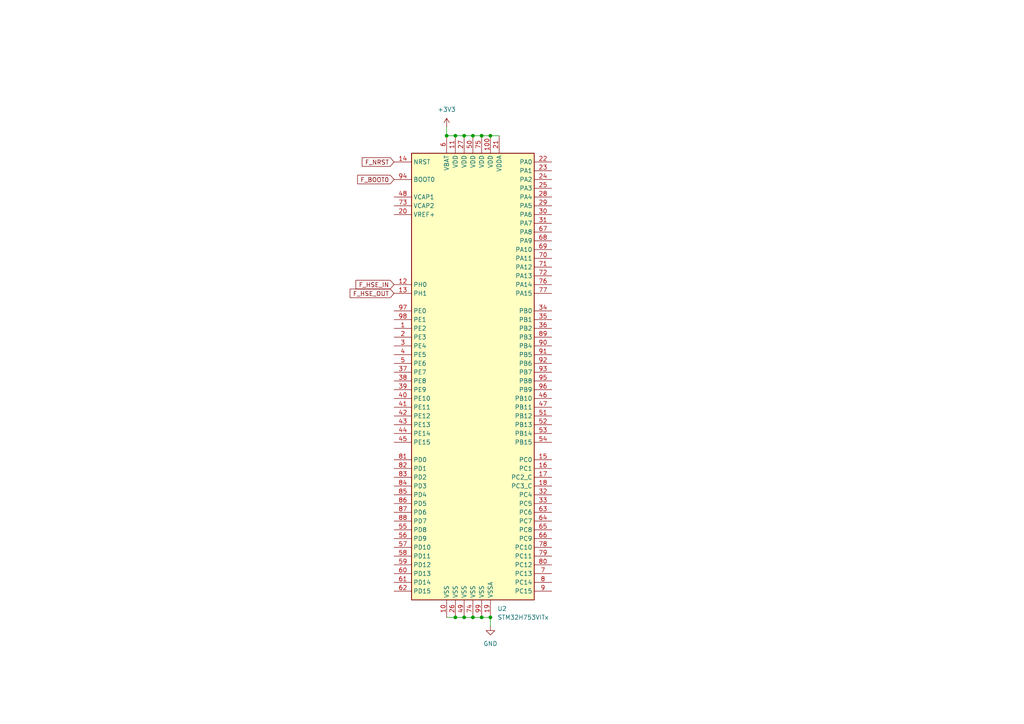
<source format=kicad_sch>
(kicad_sch (version 20211123) (generator eeschema)

  (uuid cf55d383-6f06-4477-ac61-c2e029b63ca0)

  (paper "A4")

  (lib_symbols
    (symbol "MCU_ST_STM32H7:STM32H753VITx" (in_bom yes) (on_board yes)
      (property "Reference" "U" (id 0) (at -17.78 64.77 0)
        (effects (font (size 1.27 1.27)) (justify left))
      )
      (property "Value" "STM32H753VITx" (id 1) (at 10.16 64.77 0)
        (effects (font (size 1.27 1.27)) (justify left))
      )
      (property "Footprint" "Package_QFP:LQFP-100_14x14mm_P0.5mm" (id 2) (at -17.78 -66.04 0)
        (effects (font (size 1.27 1.27)) (justify right) hide)
      )
      (property "Datasheet" "http://www.st.com/st-web-ui/static/active/en/resource/technical/document/datasheet/DM00388325.pdf" (id 3) (at 0 0 0)
        (effects (font (size 1.27 1.27)) hide)
      )
      (property "ki_keywords" "ARM Cortex-M7 STM32H7 STM32H7x3" (id 4) (at 0 0 0)
        (effects (font (size 1.27 1.27)) hide)
      )
      (property "ki_description" "ARM Cortex-M7 MCU, 2048KB flash, 864KB RAM, 400MHz, 1.7-3.6V, 82 GPIO, LQFP-100" (id 5) (at 0 0 0)
        (effects (font (size 1.27 1.27)) hide)
      )
      (property "ki_fp_filters" "LQFP*14x14mm*P0.5mm*" (id 6) (at 0 0 0)
        (effects (font (size 1.27 1.27)) hide)
      )
      (symbol "STM32H753VITx_0_1"
        (rectangle (start -17.78 -66.04) (end 17.78 63.5)
          (stroke (width 0.254) (type default) (color 0 0 0 0))
          (fill (type background))
        )
      )
      (symbol "STM32H753VITx_1_1"
        (pin bidirectional line (at -22.86 12.7 0) (length 5.08)
          (name "PE2" (effects (font (size 1.27 1.27))))
          (number "1" (effects (font (size 1.27 1.27))))
        )
        (pin power_in line (at -7.62 -71.12 90) (length 5.08)
          (name "VSS" (effects (font (size 1.27 1.27))))
          (number "10" (effects (font (size 1.27 1.27))))
        )
        (pin power_in line (at 5.08 68.58 270) (length 5.08)
          (name "VDD" (effects (font (size 1.27 1.27))))
          (number "100" (effects (font (size 1.27 1.27))))
        )
        (pin power_in line (at -5.08 68.58 270) (length 5.08)
          (name "VDD" (effects (font (size 1.27 1.27))))
          (number "11" (effects (font (size 1.27 1.27))))
        )
        (pin input line (at -22.86 25.4 0) (length 5.08)
          (name "PH0" (effects (font (size 1.27 1.27))))
          (number "12" (effects (font (size 1.27 1.27))))
        )
        (pin input line (at -22.86 22.86 0) (length 5.08)
          (name "PH1" (effects (font (size 1.27 1.27))))
          (number "13" (effects (font (size 1.27 1.27))))
        )
        (pin input line (at -22.86 60.96 0) (length 5.08)
          (name "NRST" (effects (font (size 1.27 1.27))))
          (number "14" (effects (font (size 1.27 1.27))))
        )
        (pin bidirectional line (at 22.86 -25.4 180) (length 5.08)
          (name "PC0" (effects (font (size 1.27 1.27))))
          (number "15" (effects (font (size 1.27 1.27))))
        )
        (pin bidirectional line (at 22.86 -27.94 180) (length 5.08)
          (name "PC1" (effects (font (size 1.27 1.27))))
          (number "16" (effects (font (size 1.27 1.27))))
        )
        (pin bidirectional line (at 22.86 -30.48 180) (length 5.08)
          (name "PC2_C" (effects (font (size 1.27 1.27))))
          (number "17" (effects (font (size 1.27 1.27))))
        )
        (pin bidirectional line (at 22.86 -33.02 180) (length 5.08)
          (name "PC3_C" (effects (font (size 1.27 1.27))))
          (number "18" (effects (font (size 1.27 1.27))))
        )
        (pin power_in line (at 5.08 -71.12 90) (length 5.08)
          (name "VSSA" (effects (font (size 1.27 1.27))))
          (number "19" (effects (font (size 1.27 1.27))))
        )
        (pin bidirectional line (at -22.86 10.16 0) (length 5.08)
          (name "PE3" (effects (font (size 1.27 1.27))))
          (number "2" (effects (font (size 1.27 1.27))))
        )
        (pin bidirectional line (at -22.86 45.72 0) (length 5.08)
          (name "VREF+" (effects (font (size 1.27 1.27))))
          (number "20" (effects (font (size 1.27 1.27))))
        )
        (pin power_in line (at 7.62 68.58 270) (length 5.08)
          (name "VDDA" (effects (font (size 1.27 1.27))))
          (number "21" (effects (font (size 1.27 1.27))))
        )
        (pin bidirectional line (at 22.86 60.96 180) (length 5.08)
          (name "PA0" (effects (font (size 1.27 1.27))))
          (number "22" (effects (font (size 1.27 1.27))))
        )
        (pin bidirectional line (at 22.86 58.42 180) (length 5.08)
          (name "PA1" (effects (font (size 1.27 1.27))))
          (number "23" (effects (font (size 1.27 1.27))))
        )
        (pin bidirectional line (at 22.86 55.88 180) (length 5.08)
          (name "PA2" (effects (font (size 1.27 1.27))))
          (number "24" (effects (font (size 1.27 1.27))))
        )
        (pin bidirectional line (at 22.86 53.34 180) (length 5.08)
          (name "PA3" (effects (font (size 1.27 1.27))))
          (number "25" (effects (font (size 1.27 1.27))))
        )
        (pin power_in line (at -5.08 -71.12 90) (length 5.08)
          (name "VSS" (effects (font (size 1.27 1.27))))
          (number "26" (effects (font (size 1.27 1.27))))
        )
        (pin power_in line (at -2.54 68.58 270) (length 5.08)
          (name "VDD" (effects (font (size 1.27 1.27))))
          (number "27" (effects (font (size 1.27 1.27))))
        )
        (pin bidirectional line (at 22.86 50.8 180) (length 5.08)
          (name "PA4" (effects (font (size 1.27 1.27))))
          (number "28" (effects (font (size 1.27 1.27))))
        )
        (pin bidirectional line (at 22.86 48.26 180) (length 5.08)
          (name "PA5" (effects (font (size 1.27 1.27))))
          (number "29" (effects (font (size 1.27 1.27))))
        )
        (pin bidirectional line (at -22.86 7.62 0) (length 5.08)
          (name "PE4" (effects (font (size 1.27 1.27))))
          (number "3" (effects (font (size 1.27 1.27))))
        )
        (pin bidirectional line (at 22.86 45.72 180) (length 5.08)
          (name "PA6" (effects (font (size 1.27 1.27))))
          (number "30" (effects (font (size 1.27 1.27))))
        )
        (pin bidirectional line (at 22.86 43.18 180) (length 5.08)
          (name "PA7" (effects (font (size 1.27 1.27))))
          (number "31" (effects (font (size 1.27 1.27))))
        )
        (pin bidirectional line (at 22.86 -35.56 180) (length 5.08)
          (name "PC4" (effects (font (size 1.27 1.27))))
          (number "32" (effects (font (size 1.27 1.27))))
        )
        (pin bidirectional line (at 22.86 -38.1 180) (length 5.08)
          (name "PC5" (effects (font (size 1.27 1.27))))
          (number "33" (effects (font (size 1.27 1.27))))
        )
        (pin bidirectional line (at 22.86 17.78 180) (length 5.08)
          (name "PB0" (effects (font (size 1.27 1.27))))
          (number "34" (effects (font (size 1.27 1.27))))
        )
        (pin bidirectional line (at 22.86 15.24 180) (length 5.08)
          (name "PB1" (effects (font (size 1.27 1.27))))
          (number "35" (effects (font (size 1.27 1.27))))
        )
        (pin bidirectional line (at 22.86 12.7 180) (length 5.08)
          (name "PB2" (effects (font (size 1.27 1.27))))
          (number "36" (effects (font (size 1.27 1.27))))
        )
        (pin bidirectional line (at -22.86 0 0) (length 5.08)
          (name "PE7" (effects (font (size 1.27 1.27))))
          (number "37" (effects (font (size 1.27 1.27))))
        )
        (pin bidirectional line (at -22.86 -2.54 0) (length 5.08)
          (name "PE8" (effects (font (size 1.27 1.27))))
          (number "38" (effects (font (size 1.27 1.27))))
        )
        (pin bidirectional line (at -22.86 -5.08 0) (length 5.08)
          (name "PE9" (effects (font (size 1.27 1.27))))
          (number "39" (effects (font (size 1.27 1.27))))
        )
        (pin bidirectional line (at -22.86 5.08 0) (length 5.08)
          (name "PE5" (effects (font (size 1.27 1.27))))
          (number "4" (effects (font (size 1.27 1.27))))
        )
        (pin bidirectional line (at -22.86 -7.62 0) (length 5.08)
          (name "PE10" (effects (font (size 1.27 1.27))))
          (number "40" (effects (font (size 1.27 1.27))))
        )
        (pin bidirectional line (at -22.86 -10.16 0) (length 5.08)
          (name "PE11" (effects (font (size 1.27 1.27))))
          (number "41" (effects (font (size 1.27 1.27))))
        )
        (pin bidirectional line (at -22.86 -12.7 0) (length 5.08)
          (name "PE12" (effects (font (size 1.27 1.27))))
          (number "42" (effects (font (size 1.27 1.27))))
        )
        (pin bidirectional line (at -22.86 -15.24 0) (length 5.08)
          (name "PE13" (effects (font (size 1.27 1.27))))
          (number "43" (effects (font (size 1.27 1.27))))
        )
        (pin bidirectional line (at -22.86 -17.78 0) (length 5.08)
          (name "PE14" (effects (font (size 1.27 1.27))))
          (number "44" (effects (font (size 1.27 1.27))))
        )
        (pin bidirectional line (at -22.86 -20.32 0) (length 5.08)
          (name "PE15" (effects (font (size 1.27 1.27))))
          (number "45" (effects (font (size 1.27 1.27))))
        )
        (pin bidirectional line (at 22.86 -7.62 180) (length 5.08)
          (name "PB10" (effects (font (size 1.27 1.27))))
          (number "46" (effects (font (size 1.27 1.27))))
        )
        (pin bidirectional line (at 22.86 -10.16 180) (length 5.08)
          (name "PB11" (effects (font (size 1.27 1.27))))
          (number "47" (effects (font (size 1.27 1.27))))
        )
        (pin power_in line (at -22.86 50.8 0) (length 5.08)
          (name "VCAP1" (effects (font (size 1.27 1.27))))
          (number "48" (effects (font (size 1.27 1.27))))
        )
        (pin power_in line (at -2.54 -71.12 90) (length 5.08)
          (name "VSS" (effects (font (size 1.27 1.27))))
          (number "49" (effects (font (size 1.27 1.27))))
        )
        (pin bidirectional line (at -22.86 2.54 0) (length 5.08)
          (name "PE6" (effects (font (size 1.27 1.27))))
          (number "5" (effects (font (size 1.27 1.27))))
        )
        (pin power_in line (at 0 68.58 270) (length 5.08)
          (name "VDD" (effects (font (size 1.27 1.27))))
          (number "50" (effects (font (size 1.27 1.27))))
        )
        (pin bidirectional line (at 22.86 -12.7 180) (length 5.08)
          (name "PB12" (effects (font (size 1.27 1.27))))
          (number "51" (effects (font (size 1.27 1.27))))
        )
        (pin bidirectional line (at 22.86 -15.24 180) (length 5.08)
          (name "PB13" (effects (font (size 1.27 1.27))))
          (number "52" (effects (font (size 1.27 1.27))))
        )
        (pin bidirectional line (at 22.86 -17.78 180) (length 5.08)
          (name "PB14" (effects (font (size 1.27 1.27))))
          (number "53" (effects (font (size 1.27 1.27))))
        )
        (pin bidirectional line (at 22.86 -20.32 180) (length 5.08)
          (name "PB15" (effects (font (size 1.27 1.27))))
          (number "54" (effects (font (size 1.27 1.27))))
        )
        (pin bidirectional line (at -22.86 -45.72 0) (length 5.08)
          (name "PD8" (effects (font (size 1.27 1.27))))
          (number "55" (effects (font (size 1.27 1.27))))
        )
        (pin bidirectional line (at -22.86 -48.26 0) (length 5.08)
          (name "PD9" (effects (font (size 1.27 1.27))))
          (number "56" (effects (font (size 1.27 1.27))))
        )
        (pin bidirectional line (at -22.86 -50.8 0) (length 5.08)
          (name "PD10" (effects (font (size 1.27 1.27))))
          (number "57" (effects (font (size 1.27 1.27))))
        )
        (pin bidirectional line (at -22.86 -53.34 0) (length 5.08)
          (name "PD11" (effects (font (size 1.27 1.27))))
          (number "58" (effects (font (size 1.27 1.27))))
        )
        (pin bidirectional line (at -22.86 -55.88 0) (length 5.08)
          (name "PD12" (effects (font (size 1.27 1.27))))
          (number "59" (effects (font (size 1.27 1.27))))
        )
        (pin power_in line (at -7.62 68.58 270) (length 5.08)
          (name "VBAT" (effects (font (size 1.27 1.27))))
          (number "6" (effects (font (size 1.27 1.27))))
        )
        (pin bidirectional line (at -22.86 -58.42 0) (length 5.08)
          (name "PD13" (effects (font (size 1.27 1.27))))
          (number "60" (effects (font (size 1.27 1.27))))
        )
        (pin bidirectional line (at -22.86 -60.96 0) (length 5.08)
          (name "PD14" (effects (font (size 1.27 1.27))))
          (number "61" (effects (font (size 1.27 1.27))))
        )
        (pin bidirectional line (at -22.86 -63.5 0) (length 5.08)
          (name "PD15" (effects (font (size 1.27 1.27))))
          (number "62" (effects (font (size 1.27 1.27))))
        )
        (pin bidirectional line (at 22.86 -40.64 180) (length 5.08)
          (name "PC6" (effects (font (size 1.27 1.27))))
          (number "63" (effects (font (size 1.27 1.27))))
        )
        (pin bidirectional line (at 22.86 -43.18 180) (length 5.08)
          (name "PC7" (effects (font (size 1.27 1.27))))
          (number "64" (effects (font (size 1.27 1.27))))
        )
        (pin bidirectional line (at 22.86 -45.72 180) (length 5.08)
          (name "PC8" (effects (font (size 1.27 1.27))))
          (number "65" (effects (font (size 1.27 1.27))))
        )
        (pin bidirectional line (at 22.86 -48.26 180) (length 5.08)
          (name "PC9" (effects (font (size 1.27 1.27))))
          (number "66" (effects (font (size 1.27 1.27))))
        )
        (pin bidirectional line (at 22.86 40.64 180) (length 5.08)
          (name "PA8" (effects (font (size 1.27 1.27))))
          (number "67" (effects (font (size 1.27 1.27))))
        )
        (pin bidirectional line (at 22.86 38.1 180) (length 5.08)
          (name "PA9" (effects (font (size 1.27 1.27))))
          (number "68" (effects (font (size 1.27 1.27))))
        )
        (pin bidirectional line (at 22.86 35.56 180) (length 5.08)
          (name "PA10" (effects (font (size 1.27 1.27))))
          (number "69" (effects (font (size 1.27 1.27))))
        )
        (pin bidirectional line (at 22.86 -58.42 180) (length 5.08)
          (name "PC13" (effects (font (size 1.27 1.27))))
          (number "7" (effects (font (size 1.27 1.27))))
        )
        (pin bidirectional line (at 22.86 33.02 180) (length 5.08)
          (name "PA11" (effects (font (size 1.27 1.27))))
          (number "70" (effects (font (size 1.27 1.27))))
        )
        (pin bidirectional line (at 22.86 30.48 180) (length 5.08)
          (name "PA12" (effects (font (size 1.27 1.27))))
          (number "71" (effects (font (size 1.27 1.27))))
        )
        (pin bidirectional line (at 22.86 27.94 180) (length 5.08)
          (name "PA13" (effects (font (size 1.27 1.27))))
          (number "72" (effects (font (size 1.27 1.27))))
        )
        (pin power_in line (at -22.86 48.26 0) (length 5.08)
          (name "VCAP2" (effects (font (size 1.27 1.27))))
          (number "73" (effects (font (size 1.27 1.27))))
        )
        (pin power_in line (at 0 -71.12 90) (length 5.08)
          (name "VSS" (effects (font (size 1.27 1.27))))
          (number "74" (effects (font (size 1.27 1.27))))
        )
        (pin power_in line (at 2.54 68.58 270) (length 5.08)
          (name "VDD" (effects (font (size 1.27 1.27))))
          (number "75" (effects (font (size 1.27 1.27))))
        )
        (pin bidirectional line (at 22.86 25.4 180) (length 5.08)
          (name "PA14" (effects (font (size 1.27 1.27))))
          (number "76" (effects (font (size 1.27 1.27))))
        )
        (pin bidirectional line (at 22.86 22.86 180) (length 5.08)
          (name "PA15" (effects (font (size 1.27 1.27))))
          (number "77" (effects (font (size 1.27 1.27))))
        )
        (pin bidirectional line (at 22.86 -50.8 180) (length 5.08)
          (name "PC10" (effects (font (size 1.27 1.27))))
          (number "78" (effects (font (size 1.27 1.27))))
        )
        (pin bidirectional line (at 22.86 -53.34 180) (length 5.08)
          (name "PC11" (effects (font (size 1.27 1.27))))
          (number "79" (effects (font (size 1.27 1.27))))
        )
        (pin bidirectional line (at 22.86 -60.96 180) (length 5.08)
          (name "PC14" (effects (font (size 1.27 1.27))))
          (number "8" (effects (font (size 1.27 1.27))))
        )
        (pin bidirectional line (at 22.86 -55.88 180) (length 5.08)
          (name "PC12" (effects (font (size 1.27 1.27))))
          (number "80" (effects (font (size 1.27 1.27))))
        )
        (pin bidirectional line (at -22.86 -25.4 0) (length 5.08)
          (name "PD0" (effects (font (size 1.27 1.27))))
          (number "81" (effects (font (size 1.27 1.27))))
        )
        (pin bidirectional line (at -22.86 -27.94 0) (length 5.08)
          (name "PD1" (effects (font (size 1.27 1.27))))
          (number "82" (effects (font (size 1.27 1.27))))
        )
        (pin bidirectional line (at -22.86 -30.48 0) (length 5.08)
          (name "PD2" (effects (font (size 1.27 1.27))))
          (number "83" (effects (font (size 1.27 1.27))))
        )
        (pin bidirectional line (at -22.86 -33.02 0) (length 5.08)
          (name "PD3" (effects (font (size 1.27 1.27))))
          (number "84" (effects (font (size 1.27 1.27))))
        )
        (pin bidirectional line (at -22.86 -35.56 0) (length 5.08)
          (name "PD4" (effects (font (size 1.27 1.27))))
          (number "85" (effects (font (size 1.27 1.27))))
        )
        (pin bidirectional line (at -22.86 -38.1 0) (length 5.08)
          (name "PD5" (effects (font (size 1.27 1.27))))
          (number "86" (effects (font (size 1.27 1.27))))
        )
        (pin bidirectional line (at -22.86 -40.64 0) (length 5.08)
          (name "PD6" (effects (font (size 1.27 1.27))))
          (number "87" (effects (font (size 1.27 1.27))))
        )
        (pin bidirectional line (at -22.86 -43.18 0) (length 5.08)
          (name "PD7" (effects (font (size 1.27 1.27))))
          (number "88" (effects (font (size 1.27 1.27))))
        )
        (pin bidirectional line (at 22.86 10.16 180) (length 5.08)
          (name "PB3" (effects (font (size 1.27 1.27))))
          (number "89" (effects (font (size 1.27 1.27))))
        )
        (pin bidirectional line (at 22.86 -63.5 180) (length 5.08)
          (name "PC15" (effects (font (size 1.27 1.27))))
          (number "9" (effects (font (size 1.27 1.27))))
        )
        (pin bidirectional line (at 22.86 7.62 180) (length 5.08)
          (name "PB4" (effects (font (size 1.27 1.27))))
          (number "90" (effects (font (size 1.27 1.27))))
        )
        (pin bidirectional line (at 22.86 5.08 180) (length 5.08)
          (name "PB5" (effects (font (size 1.27 1.27))))
          (number "91" (effects (font (size 1.27 1.27))))
        )
        (pin bidirectional line (at 22.86 2.54 180) (length 5.08)
          (name "PB6" (effects (font (size 1.27 1.27))))
          (number "92" (effects (font (size 1.27 1.27))))
        )
        (pin bidirectional line (at 22.86 0 180) (length 5.08)
          (name "PB7" (effects (font (size 1.27 1.27))))
          (number "93" (effects (font (size 1.27 1.27))))
        )
        (pin input line (at -22.86 55.88 0) (length 5.08)
          (name "BOOT0" (effects (font (size 1.27 1.27))))
          (number "94" (effects (font (size 1.27 1.27))))
        )
        (pin bidirectional line (at 22.86 -2.54 180) (length 5.08)
          (name "PB8" (effects (font (size 1.27 1.27))))
          (number "95" (effects (font (size 1.27 1.27))))
        )
        (pin bidirectional line (at 22.86 -5.08 180) (length 5.08)
          (name "PB9" (effects (font (size 1.27 1.27))))
          (number "96" (effects (font (size 1.27 1.27))))
        )
        (pin bidirectional line (at -22.86 17.78 0) (length 5.08)
          (name "PE0" (effects (font (size 1.27 1.27))))
          (number "97" (effects (font (size 1.27 1.27))))
        )
        (pin bidirectional line (at -22.86 15.24 0) (length 5.08)
          (name "PE1" (effects (font (size 1.27 1.27))))
          (number "98" (effects (font (size 1.27 1.27))))
        )
        (pin power_in line (at 2.54 -71.12 90) (length 5.08)
          (name "VSS" (effects (font (size 1.27 1.27))))
          (number "99" (effects (font (size 1.27 1.27))))
        )
      )
    )
    (symbol "power:+3.3V" (power) (pin_names (offset 0)) (in_bom yes) (on_board yes)
      (property "Reference" "#PWR" (id 0) (at 0 -3.81 0)
        (effects (font (size 1.27 1.27)) hide)
      )
      (property "Value" "+3.3V" (id 1) (at 0 3.556 0)
        (effects (font (size 1.27 1.27)))
      )
      (property "Footprint" "" (id 2) (at 0 0 0)
        (effects (font (size 1.27 1.27)) hide)
      )
      (property "Datasheet" "" (id 3) (at 0 0 0)
        (effects (font (size 1.27 1.27)) hide)
      )
      (property "ki_keywords" "power-flag" (id 4) (at 0 0 0)
        (effects (font (size 1.27 1.27)) hide)
      )
      (property "ki_description" "Power symbol creates a global label with name \"+3.3V\"" (id 5) (at 0 0 0)
        (effects (font (size 1.27 1.27)) hide)
      )
      (symbol "+3.3V_0_1"
        (polyline
          (pts
            (xy -0.762 1.27)
            (xy 0 2.54)
          )
          (stroke (width 0) (type default) (color 0 0 0 0))
          (fill (type none))
        )
        (polyline
          (pts
            (xy 0 0)
            (xy 0 2.54)
          )
          (stroke (width 0) (type default) (color 0 0 0 0))
          (fill (type none))
        )
        (polyline
          (pts
            (xy 0 2.54)
            (xy 0.762 1.27)
          )
          (stroke (width 0) (type default) (color 0 0 0 0))
          (fill (type none))
        )
      )
      (symbol "+3.3V_1_1"
        (pin power_in line (at 0 0 90) (length 0) hide
          (name "+3V3" (effects (font (size 1.27 1.27))))
          (number "1" (effects (font (size 1.27 1.27))))
        )
      )
    )
    (symbol "power:GND" (power) (pin_names (offset 0)) (in_bom yes) (on_board yes)
      (property "Reference" "#PWR" (id 0) (at 0 -6.35 0)
        (effects (font (size 1.27 1.27)) hide)
      )
      (property "Value" "GND" (id 1) (at 0 -3.81 0)
        (effects (font (size 1.27 1.27)))
      )
      (property "Footprint" "" (id 2) (at 0 0 0)
        (effects (font (size 1.27 1.27)) hide)
      )
      (property "Datasheet" "" (id 3) (at 0 0 0)
        (effects (font (size 1.27 1.27)) hide)
      )
      (property "ki_keywords" "power-flag" (id 4) (at 0 0 0)
        (effects (font (size 1.27 1.27)) hide)
      )
      (property "ki_description" "Power symbol creates a global label with name \"GND\" , ground" (id 5) (at 0 0 0)
        (effects (font (size 1.27 1.27)) hide)
      )
      (symbol "GND_0_1"
        (polyline
          (pts
            (xy 0 0)
            (xy 0 -1.27)
            (xy 1.27 -1.27)
            (xy 0 -2.54)
            (xy -1.27 -1.27)
            (xy 0 -1.27)
          )
          (stroke (width 0) (type default) (color 0 0 0 0))
          (fill (type none))
        )
      )
      (symbol "GND_1_1"
        (pin power_in line (at 0 0 270) (length 0) hide
          (name "GND" (effects (font (size 1.27 1.27))))
          (number "1" (effects (font (size 1.27 1.27))))
        )
      )
    )
  )

  (junction (at 137.16 179.07) (diameter 0) (color 0 0 0 0)
    (uuid 30ef1195-88fc-4406-a70f-4d6b4d45d14b)
  )
  (junction (at 132.08 179.07) (diameter 0) (color 0 0 0 0)
    (uuid 44487349-b239-41b4-a7c4-c4b331bd2cb0)
  )
  (junction (at 139.7 39.37) (diameter 0) (color 0 0 0 0)
    (uuid 632e69e9-95e6-48c5-8d88-e51f1466e8c9)
  )
  (junction (at 139.7 179.07) (diameter 0) (color 0 0 0 0)
    (uuid 8c6868f2-3259-44b9-a16b-bf20a61851ec)
  )
  (junction (at 137.16 39.37) (diameter 0) (color 0 0 0 0)
    (uuid bfe2f4b9-efe3-4657-be8d-cbff05c25a13)
  )
  (junction (at 132.08 39.37) (diameter 0) (color 0 0 0 0)
    (uuid d35b7db6-a4b7-4d70-bafd-2285afa2c99f)
  )
  (junction (at 134.62 179.07) (diameter 0) (color 0 0 0 0)
    (uuid d676c3d7-f619-4c4e-b4d4-9630c24da767)
  )
  (junction (at 142.24 179.07) (diameter 0) (color 0 0 0 0)
    (uuid e9c1ce44-ff85-4b48-b4bb-a295139ca90d)
  )
  (junction (at 142.24 39.37) (diameter 0) (color 0 0 0 0)
    (uuid f47883e8-e624-4787-a704-b8432c43e9c7)
  )
  (junction (at 129.54 39.37) (diameter 0) (color 0 0 0 0)
    (uuid fb401862-030e-4ac2-919d-38e1a7cae3c2)
  )
  (junction (at 134.62 39.37) (diameter 0) (color 0 0 0 0)
    (uuid fb754d17-e6d2-414d-ae96-56dcbf033b91)
  )

  (wire (pts (xy 132.08 179.07) (xy 134.62 179.07))
    (stroke (width 0) (type default) (color 0 0 0 0))
    (uuid 0a3c94ca-59a6-44ca-9650-3b7fc096461a)
  )
  (wire (pts (xy 134.62 179.07) (xy 137.16 179.07))
    (stroke (width 0) (type default) (color 0 0 0 0))
    (uuid 1d9bac2f-fbc4-481b-90a0-cce2524f9528)
  )
  (wire (pts (xy 134.62 39.37) (xy 137.16 39.37))
    (stroke (width 0) (type default) (color 0 0 0 0))
    (uuid 1f39d4db-7b37-4f52-9686-7c8167614ffd)
  )
  (wire (pts (xy 142.24 179.07) (xy 142.24 181.61))
    (stroke (width 0) (type default) (color 0 0 0 0))
    (uuid 32936942-d044-4ac0-82e0-50343ea0256d)
  )
  (wire (pts (xy 129.54 179.07) (xy 132.08 179.07))
    (stroke (width 0) (type default) (color 0 0 0 0))
    (uuid 62b5420b-b782-46b0-bff5-6e0c409e9e80)
  )
  (wire (pts (xy 137.16 179.07) (xy 139.7 179.07))
    (stroke (width 0) (type default) (color 0 0 0 0))
    (uuid a6c43d1a-5d38-4c78-8a3f-43947f37c4f7)
  )
  (wire (pts (xy 132.08 39.37) (xy 134.62 39.37))
    (stroke (width 0) (type default) (color 0 0 0 0))
    (uuid a8fa09b7-3ec4-4a5b-8ff3-891c4d0568eb)
  )
  (wire (pts (xy 137.16 39.37) (xy 139.7 39.37))
    (stroke (width 0) (type default) (color 0 0 0 0))
    (uuid b1230e09-89b3-49f2-a004-60ebabbc0b2a)
  )
  (wire (pts (xy 129.54 36.83) (xy 129.54 39.37))
    (stroke (width 0) (type default) (color 0 0 0 0))
    (uuid c4f67a93-09d9-48b0-82de-a3f56c39a04d)
  )
  (wire (pts (xy 139.7 39.37) (xy 142.24 39.37))
    (stroke (width 0) (type default) (color 0 0 0 0))
    (uuid ce79220d-80fd-4780-857c-03c7197a5d0b)
  )
  (wire (pts (xy 139.7 179.07) (xy 142.24 179.07))
    (stroke (width 0) (type default) (color 0 0 0 0))
    (uuid da070c0c-1cbf-495f-8e18-0aaeb5edc1db)
  )
  (wire (pts (xy 129.54 39.37) (xy 132.08 39.37))
    (stroke (width 0) (type default) (color 0 0 0 0))
    (uuid f97fb611-4a4d-4a5f-abf2-4756d49473c9)
  )
  (wire (pts (xy 142.24 39.37) (xy 144.78 39.37))
    (stroke (width 0) (type default) (color 0 0 0 0))
    (uuid fc4a9642-d0bb-4d76-95c2-606b839c62a0)
  )

  (global_label "F_BOOT0" (shape input) (at 114.3 52.07 180) (fields_autoplaced)
    (effects (font (size 1.27 1.27)) (justify right))
    (uuid 07f00830-5551-4a2c-9c3d-9d40288983f7)
    (property "Intersheet References" "${INTERSHEET_REFS}" (id 0) (at 103.7226 51.9906 0)
      (effects (font (size 1.27 1.27)) (justify right) hide)
    )
  )
  (global_label "F_HSE_OUT" (shape input) (at 114.3 85.09 180) (fields_autoplaced)
    (effects (font (size 1.27 1.27)) (justify right))
    (uuid 174bdb63-1cfa-4355-8159-8503fcd952c5)
    (property "Intersheet References" "${INTERSHEET_REFS}" (id 0) (at 101.5455 85.0106 0)
      (effects (font (size 1.27 1.27)) (justify right) hide)
    )
  )
  (global_label "F_HSE_IN" (shape input) (at 114.3 82.55 180) (fields_autoplaced)
    (effects (font (size 1.27 1.27)) (justify right))
    (uuid 3bbad03b-fab5-471a-a354-0d0e7f3d7741)
    (property "Intersheet References" "${INTERSHEET_REFS}" (id 0) (at 103.2388 82.4706 0)
      (effects (font (size 1.27 1.27)) (justify right) hide)
    )
  )
  (global_label "F_NRST" (shape input) (at 114.3 46.99 180) (fields_autoplaced)
    (effects (font (size 1.27 1.27)) (justify right))
    (uuid 9e75dc79-2721-4d53-b9d9-94808b611766)
    (property "Intersheet References" "${INTERSHEET_REFS}" (id 0) (at 105.0531 46.9106 0)
      (effects (font (size 1.27 1.27)) (justify right) hide)
    )
  )

  (symbol (lib_id "power:GND") (at 142.24 181.61 0) (unit 1)
    (in_bom yes) (on_board yes) (fields_autoplaced)
    (uuid 3d24cb55-207e-4375-b07f-7dcf98f81a8f)
    (property "Reference" "#PWR?" (id 0) (at 142.24 187.96 0)
      (effects (font (size 1.27 1.27)) hide)
    )
    (property "Value" "GND" (id 1) (at 142.24 186.69 0))
    (property "Footprint" "" (id 2) (at 142.24 181.61 0)
      (effects (font (size 1.27 1.27)) hide)
    )
    (property "Datasheet" "" (id 3) (at 142.24 181.61 0)
      (effects (font (size 1.27 1.27)) hide)
    )
    (pin "1" (uuid 36f29517-92d3-4002-8a3a-006040ff4364))
  )

  (symbol (lib_id "MCU_ST_STM32H7:STM32H753VITx") (at 137.16 107.95 0) (unit 1)
    (in_bom yes) (on_board yes) (fields_autoplaced)
    (uuid 53030318-ee02-4855-b2eb-ebcf9f643f00)
    (property "Reference" "U2" (id 0) (at 144.2594 176.53 0)
      (effects (font (size 1.27 1.27)) (justify left))
    )
    (property "Value" "STM32H753VITx" (id 1) (at 144.2594 179.07 0)
      (effects (font (size 1.27 1.27)) (justify left))
    )
    (property "Footprint" "Package_QFP:LQFP-100_14x14mm_P0.5mm" (id 2) (at 119.38 173.99 0)
      (effects (font (size 1.27 1.27)) (justify right) hide)
    )
    (property "Datasheet" "http://www.st.com/st-web-ui/static/active/en/resource/technical/document/datasheet/DM00388325.pdf" (id 3) (at 137.16 107.95 0)
      (effects (font (size 1.27 1.27)) hide)
    )
    (pin "1" (uuid 29cadc91-4ecf-4e07-b755-7bb7c9992907))
    (pin "10" (uuid f08de50c-6f17-423f-bf95-38581f90411d))
    (pin "100" (uuid 1d20b9fd-0c1f-4542-80d2-aada47b6b2f6))
    (pin "11" (uuid 567319ea-c602-46d8-acb1-3504dba64bec))
    (pin "12" (uuid 3a6026fb-46b1-48da-adce-dbbcdfe89e71))
    (pin "13" (uuid c13d5dc9-731c-410b-9d03-1c37e752800d))
    (pin "14" (uuid 35de9e40-d029-483b-9611-e8c7fed8a31e))
    (pin "15" (uuid 1d3d5c90-87b8-469d-b2b6-e91deff1623e))
    (pin "16" (uuid 74206d71-2646-4ad8-8d79-a103bb58f699))
    (pin "17" (uuid d4ef357f-ab1a-41dc-88f9-21e3a68b95b7))
    (pin "18" (uuid 26cb02a4-4829-4266-bd4a-70add10ad783))
    (pin "19" (uuid 3696f896-b18d-4ee0-8ea6-130c0d26ef35))
    (pin "2" (uuid efee2c51-e932-4992-9469-88bfaba76e40))
    (pin "20" (uuid 42db84af-a08e-428c-8ea8-13d6d8478e91))
    (pin "21" (uuid 57fab634-c2f6-474f-821e-17d0c6a17ef5))
    (pin "22" (uuid 162217b6-6e69-442a-8d40-6da8f89e5c59))
    (pin "23" (uuid 7cdbadca-12f3-42e4-b223-9d892fe76a47))
    (pin "24" (uuid 9b475708-ddce-4528-a5c7-ef3a5236ba8e))
    (pin "25" (uuid 5ac25d4d-b9c6-4dfe-b522-d6f46117a232))
    (pin "26" (uuid d0fd65a3-dd1b-41f0-a102-0cd88a590676))
    (pin "27" (uuid 74651a75-9619-4bfa-9d36-25f4fb3208f5))
    (pin "28" (uuid 37c3cd08-9aa4-4539-a409-a76b201972cb))
    (pin "29" (uuid d31e64aa-087d-4a88-bf25-61b2e1de72d1))
    (pin "3" (uuid d159668f-8330-4262-bbd6-7fb337fe5fad))
    (pin "30" (uuid fb6acd4b-406b-48c9-ad7b-d20efbd341a5))
    (pin "31" (uuid 3c87afe4-b4ce-4f3f-b852-ea83f2737cf0))
    (pin "32" (uuid aa427251-19de-4d8a-aa87-bdc7dfa1215e))
    (pin "33" (uuid 821f635d-e821-4371-9fa6-78f14e57fc5d))
    (pin "34" (uuid dcf21f4d-8d8d-464a-b778-80c255d00bde))
    (pin "35" (uuid e7ced4a1-9f15-4039-832e-4c7942f07659))
    (pin "36" (uuid 66ac9c7c-47a0-4444-932b-db7d314cd3cc))
    (pin "37" (uuid ad0cde1e-2cad-40b9-b49c-29d49e183e13))
    (pin "38" (uuid 10742ddd-8ca2-4a36-882e-db2d1f9a252c))
    (pin "39" (uuid 6256c7e8-0114-4756-9f08-fe8cdcb61df7))
    (pin "4" (uuid fc815a9f-a3f0-4c75-aeef-80f295b71dfe))
    (pin "40" (uuid 3705cd52-7a1a-46b0-94e6-3534d26bc46e))
    (pin "41" (uuid 687257d1-0863-4089-96c7-294140b25767))
    (pin "42" (uuid 0bb7a157-a88e-42b8-8a42-efd0fdf0dd5e))
    (pin "43" (uuid e1671b82-b385-429d-92a0-4193af962bac))
    (pin "44" (uuid dbbbbf2c-1eda-4ea5-8874-53755a6fd57d))
    (pin "45" (uuid a66d47eb-6091-4216-a4b7-3a7daf790b32))
    (pin "46" (uuid e32a18e0-17ff-4bfd-b6d6-a346e8a74d41))
    (pin "47" (uuid d8d768da-111d-4747-a0b5-07d8435cdb21))
    (pin "48" (uuid 4708f1f6-f7a9-4d10-83cd-c0bf9edc6a54))
    (pin "49" (uuid 970d5d23-7569-47cb-9060-0faa734ffb53))
    (pin "5" (uuid 685c7e9a-717d-4b3a-a341-8c35b9272c9f))
    (pin "50" (uuid 7d07597b-4a85-4d0b-8e8b-598293e90e8f))
    (pin "51" (uuid 0fb341ba-8ce2-4f5a-9b85-71e90248f3cf))
    (pin "52" (uuid f351881d-1dca-4fdf-8560-6760d3c2528c))
    (pin "53" (uuid b588072b-26e7-4ed0-90b1-0ab436b85f54))
    (pin "54" (uuid 6c12a031-5027-4703-bc88-4f59ff8b634b))
    (pin "55" (uuid 02f8efcd-3776-4eff-a68d-6a97d2cee746))
    (pin "56" (uuid 910a6eef-f37f-45ea-83e9-b4ba8de86028))
    (pin "57" (uuid f285368a-3971-4176-b69b-c09a0e4cfbe9))
    (pin "58" (uuid 953049e0-3ba9-4b7a-add3-bf88658a9d67))
    (pin "59" (uuid 1d0f94ce-e293-4bd8-b1cd-fdf85eb5a6d4))
    (pin "6" (uuid c0216d0f-1ba1-44e3-9031-658ff2a002f9))
    (pin "60" (uuid 40f4c06a-6e3f-4f91-839a-36bb76272587))
    (pin "61" (uuid 87482ef2-2043-4762-b3db-ddb79645db64))
    (pin "62" (uuid 9dfb3f60-a10c-43a3-8961-294d0aa09369))
    (pin "63" (uuid 578e21b9-9da8-4003-ac32-54469ea66908))
    (pin "64" (uuid 1ac9eb7d-9970-4160-8f45-63e0560d1b7b))
    (pin "65" (uuid 8e31c986-25dc-4553-a057-af069b1adadd))
    (pin "66" (uuid 6fca05cb-9aac-4377-bbb6-d8a699cd38d6))
    (pin "67" (uuid 3b060b66-81de-4e9b-a8b4-7edbc1acd591))
    (pin "68" (uuid 6fb1dc49-982a-43a2-a186-0c2f76257600))
    (pin "69" (uuid 6b95fcb0-38d8-45d5-9891-db562457c5ec))
    (pin "7" (uuid 53640299-07e0-4160-984c-49d555e3da25))
    (pin "70" (uuid c4d428d5-d314-4e1c-87e7-7e9168500c40))
    (pin "71" (uuid 642b124a-1bc3-4594-bf0e-a26ecc81c2e0))
    (pin "72" (uuid ff76bddd-9c63-4330-b31c-d3dad6651595))
    (pin "73" (uuid c037e5e2-65d3-449e-8b27-c2e97f90754c))
    (pin "74" (uuid e4bc1b4a-ed55-4069-b13d-1b2af326f00f))
    (pin "75" (uuid aa941c38-8545-4d93-88ef-949891810c54))
    (pin "76" (uuid d7d97a0a-ca88-4342-83b6-c335cbafcd06))
    (pin "77" (uuid ec500a8e-8a58-4e0a-9dc9-ba4002e284f2))
    (pin "78" (uuid 4a01c8c9-a310-4f73-908d-04424b571e12))
    (pin "79" (uuid a88274db-67fe-4242-9259-7f329c5eb5f2))
    (pin "8" (uuid fc84af68-789b-4145-b291-e9a8e636f548))
    (pin "80" (uuid 7635fd91-6742-4e6f-9132-d32a03befe61))
    (pin "81" (uuid 445e8706-cc53-4669-b31f-e3f5360da54b))
    (pin "82" (uuid 8714f25d-bb04-4544-b70f-7aa3f922267f))
    (pin "83" (uuid 3c3c757c-d68b-46f3-84f7-6a860dedd8f3))
    (pin "84" (uuid 4582fb94-1111-4c17-b3c4-9a8653950fff))
    (pin "85" (uuid a7c809e4-43e9-458a-a518-8bc06612ef9a))
    (pin "86" (uuid cad5a7f9-12fb-4952-88ad-25277f78465c))
    (pin "87" (uuid 6e9afac4-12d1-42e2-851d-84b3634b9f4c))
    (pin "88" (uuid 090f36ed-c8e1-4e83-bedb-165b847a0ddb))
    (pin "89" (uuid c14ac07b-07ca-4c4f-b8ff-064bd85d69e9))
    (pin "9" (uuid 54d5346f-d80e-4f2b-b1e6-f1d021c9a26c))
    (pin "90" (uuid 52d2688f-e2bb-4854-9143-0b353c07f32c))
    (pin "91" (uuid 4934fc4e-74bd-450e-80ca-9f857a2d08a7))
    (pin "92" (uuid d8481c13-50b0-4d43-9f6d-0a6cbfc669f1))
    (pin "93" (uuid bc00de95-1b38-42c0-a706-3909648facf7))
    (pin "94" (uuid 424e1ede-a78d-4134-b08a-09207bcddd82))
    (pin "95" (uuid c06dcb03-d94f-4723-803b-77e0be98d3de))
    (pin "96" (uuid 9bfa968d-f6a3-417f-ad56-9b19a08f4444))
    (pin "97" (uuid 1d576f47-c074-42d0-9d2a-a81d16ece4d6))
    (pin "98" (uuid aafa2f23-eefd-4c45-b7b2-3b34ea273c52))
    (pin "99" (uuid 8840169b-4706-4db6-a4db-a64481bd72fe))
  )

  (symbol (lib_id "power:+3.3V") (at 129.54 36.83 0) (unit 1)
    (in_bom yes) (on_board yes) (fields_autoplaced)
    (uuid 6449bfbf-9aa2-4f24-bc37-5fa5f8b6bfab)
    (property "Reference" "#PWR?" (id 0) (at 129.54 40.64 0)
      (effects (font (size 1.27 1.27)) hide)
    )
    (property "Value" "+3.3V" (id 1) (at 129.54 31.75 0))
    (property "Footprint" "" (id 2) (at 129.54 36.83 0)
      (effects (font (size 1.27 1.27)) hide)
    )
    (property "Datasheet" "" (id 3) (at 129.54 36.83 0)
      (effects (font (size 1.27 1.27)) hide)
    )
    (pin "1" (uuid d1fdad8d-4cb2-4f7d-81d8-5fee7df360d1))
  )
)

</source>
